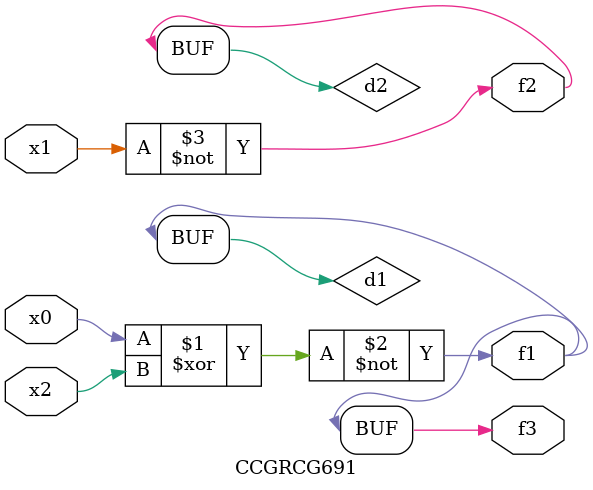
<source format=v>
module CCGRCG691(
	input x0, x1, x2,
	output f1, f2, f3
);

	wire d1, d2, d3;

	xnor (d1, x0, x2);
	nand (d2, x1);
	nor (d3, x1, x2);
	assign f1 = d1;
	assign f2 = d2;
	assign f3 = d1;
endmodule

</source>
